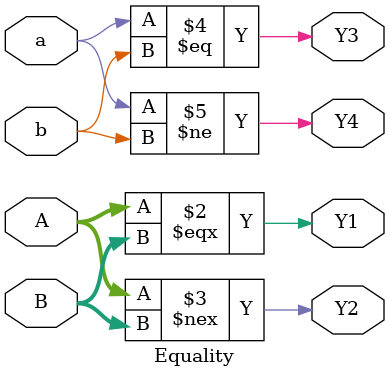
<source format=v>
module Equality(A, B, a,  b, Y1, Y2, Y3, Y4);
  input [3:0] A, B;
  input a, b;
  output reg Y1, Y2, Y3, Y4;
  
  always @* begin
    Y1= A === B;
    Y2= A !== B;
    Y3= a == b;
    Y4= a != b;
  end
  
endmodule

</source>
